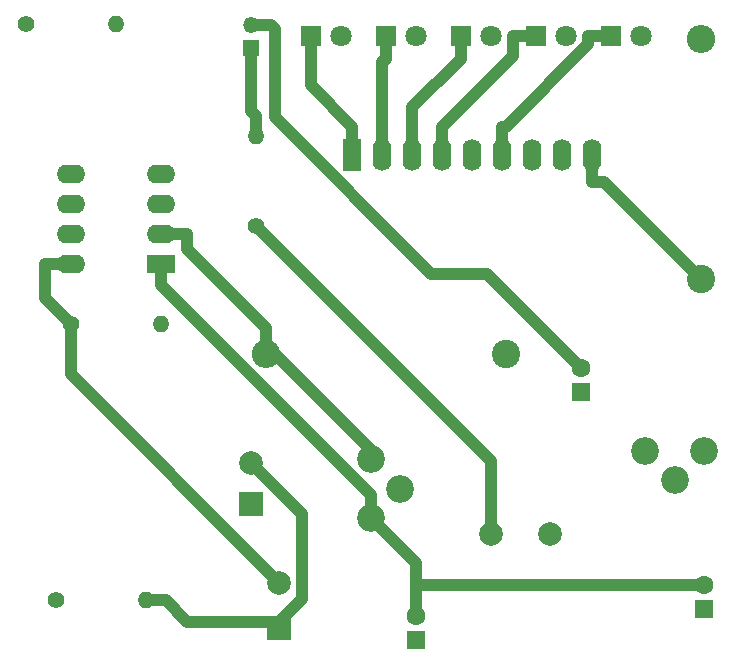
<source format=gbr>
G04 #@! TF.GenerationSoftware,KiCad,Pcbnew,5.1.5-52549c5~84~ubuntu18.04.1*
G04 #@! TF.CreationDate,2020-01-31T14:03:47+00:00*
G04 #@! TF.ProjectId,BrocheDisco,42726f63-6865-4446-9973-636f2e6b6963,rev?*
G04 #@! TF.SameCoordinates,Original*
G04 #@! TF.FileFunction,Copper,L2,Bot*
G04 #@! TF.FilePolarity,Positive*
%FSLAX46Y46*%
G04 Gerber Fmt 4.6, Leading zero omitted, Abs format (unit mm)*
G04 Created by KiCad (PCBNEW 5.1.5-52549c5~84~ubuntu18.04.1) date 2020-01-31 14:03:47*
%MOMM*%
%LPD*%
G04 APERTURE LIST*
%ADD10R,1.600000X1.600000*%
%ADD11C,1.600000*%
%ADD12R,2.000000X2.000000*%
%ADD13C,2.000000*%
%ADD14C,2.340000*%
%ADD15C,1.800000*%
%ADD16R,1.800000X1.800000*%
%ADD17C,2.400000*%
%ADD18O,2.400000X2.400000*%
%ADD19R,1.998980X1.998980*%
%ADD20C,1.998980*%
%ADD21C,1.400000*%
%ADD22O,1.400000X1.400000*%
%ADD23R,1.600000X2.700000*%
%ADD24O,1.600000X2.700000*%
%ADD25R,1.350000X1.350000*%
%ADD26O,1.350000X1.350000*%
%ADD27R,2.400000X1.600000*%
%ADD28O,2.400000X1.600000*%
%ADD29C,1.000000*%
G04 APERTURE END LIST*
D10*
X180000000Y-103410000D03*
D11*
X180000000Y-101410000D03*
D12*
X141590000Y-94520000D03*
D13*
X141590000Y-91020000D03*
D14*
X180000000Y-90000000D03*
X177500000Y-92500000D03*
X175000000Y-90000000D03*
D15*
X155560000Y-54920000D03*
D16*
X153020000Y-54920000D03*
D10*
X169530000Y-85000000D03*
D11*
X169530000Y-83000000D03*
D17*
X179690000Y-75470000D03*
D18*
X179690000Y-55150000D03*
D19*
X144000000Y-105000000D03*
D20*
X144000000Y-101190000D03*
D14*
X151750000Y-95710000D03*
X154250000Y-93210000D03*
X151750000Y-90710000D03*
D13*
X161910000Y-97060000D03*
X166910000Y-97060000D03*
D16*
X159370000Y-54920000D03*
D15*
X161910000Y-54920000D03*
D11*
X155560000Y-104000000D03*
D10*
X155560000Y-106000000D03*
D21*
X122540000Y-53880000D03*
D22*
X130160000Y-53880000D03*
X133970000Y-79280000D03*
D21*
X126350000Y-79280000D03*
D23*
X150190000Y-64920000D03*
D24*
X152730000Y-64920000D03*
X155270000Y-64920000D03*
X157810000Y-64920000D03*
X160350000Y-64920000D03*
X162890000Y-64920000D03*
X165430000Y-64920000D03*
X167970000Y-64920000D03*
X170510000Y-64920000D03*
D18*
X142860000Y-81820000D03*
D17*
X163180000Y-81820000D03*
D16*
X146670000Y-54920000D03*
D15*
X149210000Y-54920000D03*
X168260000Y-54920000D03*
D16*
X165720000Y-54920000D03*
D25*
X141590000Y-55920000D03*
D26*
X141590000Y-53920000D03*
D22*
X132700000Y-102645000D03*
D21*
X125080000Y-102645000D03*
D16*
X172070000Y-54920000D03*
D15*
X174610000Y-54920000D03*
D27*
X133970000Y-74200000D03*
D28*
X126350000Y-66580000D03*
X133970000Y-71660000D03*
X126350000Y-69120000D03*
X133970000Y-69120000D03*
X126350000Y-71660000D03*
X133970000Y-66580000D03*
X126350000Y-74200000D03*
D21*
X142000000Y-71000000D03*
D22*
X142000000Y-63380000D03*
D29*
X141590000Y-53920000D02*
X143265000Y-53920000D01*
X143265000Y-53920000D02*
X143600400Y-54255400D01*
X143600400Y-54255400D02*
X143600400Y-61757700D01*
X143600400Y-61757700D02*
X156882200Y-75039500D01*
X156882200Y-75039500D02*
X161569500Y-75039500D01*
X161569500Y-75039500D02*
X169530000Y-83000000D01*
X142000000Y-71000000D02*
X161910000Y-90910000D01*
X161910000Y-90910000D02*
X161910000Y-97060000D01*
X144000000Y-104471600D02*
X136226600Y-104471600D01*
X136226600Y-104471600D02*
X134400000Y-102645000D01*
X141590000Y-91020000D02*
X145910700Y-95340700D01*
X145910700Y-95340700D02*
X145910700Y-102560900D01*
X145910700Y-102560900D02*
X144000000Y-104471600D01*
X144000000Y-105000000D02*
X144000000Y-104471600D01*
X132700000Y-102645000D02*
X134400000Y-102645000D01*
X142000000Y-63380000D02*
X142000000Y-61680000D01*
X142000000Y-61680000D02*
X141590000Y-61270000D01*
X141590000Y-61270000D02*
X141590000Y-55920000D01*
X155560000Y-101410000D02*
X155560000Y-104000000D01*
X151750000Y-95710000D02*
X155560000Y-99520000D01*
X155560000Y-99520000D02*
X155560000Y-101410000D01*
X155560000Y-101410000D02*
X180000000Y-101410000D01*
X133970000Y-74200000D02*
X133970000Y-75994700D01*
X133970000Y-75994700D02*
X151750000Y-93774700D01*
X151750000Y-93774700D02*
X151750000Y-95710000D01*
X150190000Y-64920000D02*
X150190000Y-62570000D01*
X150190000Y-62570000D02*
X146670000Y-59050000D01*
X146670000Y-59050000D02*
X146670000Y-54920000D01*
X153020000Y-54920000D02*
X153020000Y-56820000D01*
X152730000Y-64920000D02*
X152730000Y-57110000D01*
X152730000Y-57110000D02*
X153020000Y-56820000D01*
X159370000Y-54920000D02*
X159370000Y-56820000D01*
X155270000Y-64920000D02*
X155270000Y-60920000D01*
X155270000Y-60920000D02*
X159370000Y-56820000D01*
X165720000Y-54920000D02*
X163820000Y-54920000D01*
X157810000Y-64920000D02*
X157810000Y-62570000D01*
X157810000Y-62570000D02*
X163820000Y-56560000D01*
X163820000Y-56560000D02*
X163820000Y-54920000D01*
X172070000Y-54920000D02*
X170170000Y-54920000D01*
X162890000Y-64920000D02*
X162890000Y-62570000D01*
X162890000Y-62570000D02*
X163176900Y-62570000D01*
X163176900Y-62570000D02*
X170170000Y-55576900D01*
X170170000Y-55576900D02*
X170170000Y-54920000D01*
X126350000Y-74200000D02*
X124150000Y-74200000D01*
X124150000Y-74200000D02*
X124150000Y-77080000D01*
X124150000Y-77080000D02*
X126350000Y-79280000D01*
X126350000Y-79280000D02*
X126350000Y-83540000D01*
X126350000Y-83540000D02*
X144000000Y-101190000D01*
X170510000Y-64920000D02*
X170510000Y-67270000D01*
X170510000Y-67270000D02*
X171490000Y-67270000D01*
X171490000Y-67270000D02*
X179690000Y-75470000D01*
X142860000Y-81085800D02*
X151749900Y-89975700D01*
X151749900Y-89975700D02*
X151750000Y-89975700D01*
X151750000Y-89975700D02*
X151750000Y-90710000D01*
X142860000Y-81085800D02*
X142860000Y-79620000D01*
X142860000Y-81820000D02*
X142860000Y-81085800D01*
X133970000Y-71660000D02*
X136170000Y-71660000D01*
X136170000Y-71660000D02*
X136170000Y-72930000D01*
X136170000Y-72930000D02*
X142860000Y-79620000D01*
M02*

</source>
